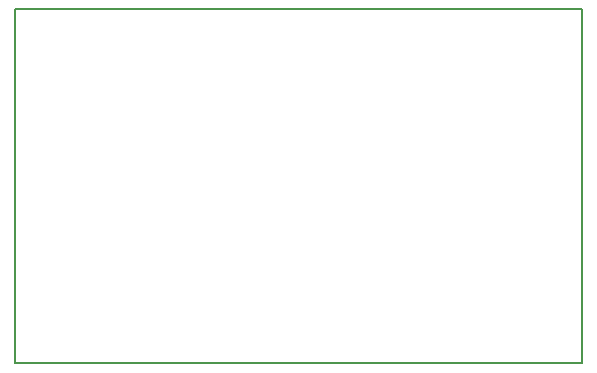
<source format=gko>
%FSLAX23Y23*%
%MOIN*%
G04 EasyPC Gerber Version 16.0.6 Build 3249 *
%ADD10C,0.00500*%
X0Y0D02*
D02*
D10*
X2599Y55D02*
X4489D01*
Y1236*
X2599*
Y55*
X0Y0D02*
M02*

</source>
